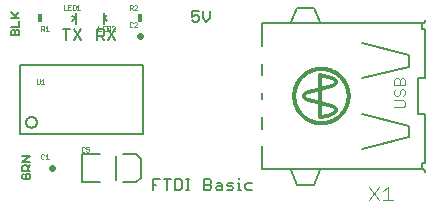
<source format=gbr>
G04 EAGLE Gerber X2 export*
%TF.Part,Single*%
%TF.FileFunction,Legend,Top,1*%
%TF.FilePolarity,Positive*%
%TF.GenerationSoftware,Autodesk,EAGLE,9.1.3*%
%TF.CreationDate,2018-09-14T10:43:52Z*%
G75*
%MOMM*%
%FSLAX34Y34*%
%LPD*%
%AMOC8*
5,1,8,0,0,1.08239X$1,22.5*%
G01*
%ADD10C,0.152400*%
%ADD11C,0.127000*%
%ADD12C,0.558800*%
%ADD13C,0.025400*%
%ADD14C,0.203200*%
%ADD15R,0.457200X0.762000*%
%ADD16C,0.304800*%
%ADD17C,0.101600*%
%ADD18R,0.200000X0.100000*%


D10*
X136652Y9652D02*
X136652Y18295D01*
X142414Y18295D01*
X139533Y13974D02*
X136652Y13974D01*
X148888Y9652D02*
X148888Y18295D01*
X146007Y18295D02*
X151769Y18295D01*
X155362Y18295D02*
X155362Y9652D01*
X159684Y9652D01*
X161125Y11093D01*
X161125Y16855D01*
X159684Y18295D01*
X155362Y18295D01*
X164718Y9652D02*
X167599Y9652D01*
X166158Y9652D02*
X166158Y18295D01*
X164718Y18295D02*
X167599Y18295D01*
X180310Y18295D02*
X180310Y9652D01*
X180310Y18295D02*
X184631Y18295D01*
X186072Y16855D01*
X186072Y15414D01*
X184631Y13974D01*
X186072Y12533D01*
X186072Y11093D01*
X184631Y9652D01*
X180310Y9652D01*
X180310Y13974D02*
X184631Y13974D01*
X191105Y15414D02*
X193986Y15414D01*
X195427Y13974D01*
X195427Y9652D01*
X191105Y9652D01*
X189665Y11093D01*
X191105Y12533D01*
X195427Y12533D01*
X199020Y9652D02*
X203342Y9652D01*
X204782Y11093D01*
X203342Y12533D01*
X200460Y12533D01*
X199020Y13974D01*
X200460Y15414D01*
X204782Y15414D01*
X208375Y15414D02*
X209816Y15414D01*
X209816Y9652D01*
X211256Y9652D02*
X208375Y9652D01*
X209816Y18295D02*
X209816Y19736D01*
X216052Y15414D02*
X220374Y15414D01*
X216052Y15414D02*
X214612Y13974D01*
X214612Y11093D01*
X216052Y9652D01*
X220374Y9652D01*
X89662Y136652D02*
X89662Y145295D01*
X93984Y145295D01*
X95424Y143855D01*
X95424Y140974D01*
X93984Y139533D01*
X89662Y139533D01*
X92543Y139533D02*
X95424Y136652D01*
X104779Y136652D02*
X99017Y145295D01*
X104779Y145295D02*
X99017Y136652D01*
X63333Y136652D02*
X63333Y145295D01*
X60452Y145295D02*
X66214Y145295D01*
X69807Y145295D02*
X75569Y136652D01*
X69807Y136652D02*
X75569Y145295D01*
X169672Y160535D02*
X175434Y160535D01*
X169672Y160535D02*
X169672Y156214D01*
X172553Y157654D01*
X173994Y157654D01*
X175434Y156214D01*
X175434Y153333D01*
X173994Y151892D01*
X171113Y151892D01*
X169672Y153333D01*
X179027Y154773D02*
X179027Y160535D01*
X179027Y154773D02*
X181908Y151892D01*
X184789Y154773D01*
X184789Y160535D01*
D11*
X23495Y140335D02*
X16631Y140335D01*
X16631Y143767D01*
X17775Y144911D01*
X18919Y144911D01*
X20063Y143767D01*
X21207Y144911D01*
X22351Y144911D01*
X23495Y143767D01*
X23495Y140335D01*
X20063Y140335D02*
X20063Y143767D01*
X16631Y147819D02*
X23495Y147819D01*
X23495Y152395D01*
X23495Y155303D02*
X16631Y155303D01*
X21207Y155303D02*
X16631Y159879D01*
X20063Y156447D02*
X23495Y159879D01*
X27275Y22911D02*
X26131Y21767D01*
X26131Y19479D01*
X27275Y18335D01*
X31851Y18335D01*
X32995Y19479D01*
X32995Y21767D01*
X31851Y22911D01*
X29563Y22911D01*
X29563Y20623D01*
X32995Y25819D02*
X26131Y25819D01*
X26131Y29251D01*
X27275Y30395D01*
X29563Y30395D01*
X30707Y29251D01*
X30707Y25819D01*
X30707Y28107D02*
X32995Y30395D01*
X32995Y33303D02*
X26131Y33303D01*
X32995Y37879D01*
X26131Y37879D01*
D12*
X125730Y139395D02*
X125730Y140005D01*
D13*
X119509Y150625D02*
X118874Y151260D01*
X117603Y151260D01*
X116967Y150625D01*
X116967Y148083D01*
X117603Y147447D01*
X118874Y147447D01*
X119509Y148083D01*
X120709Y147447D02*
X123251Y147447D01*
X120709Y147447D02*
X123251Y149989D01*
X123251Y150625D01*
X122616Y151260D01*
X121345Y151260D01*
X120709Y150625D01*
D14*
X91600Y15940D02*
X76600Y15940D01*
X76600Y39940D01*
X91600Y39940D01*
X111600Y15940D02*
X122600Y15940D01*
X126600Y19940D01*
X126600Y35940D01*
X122600Y39940D01*
X111600Y39940D01*
D11*
X105410Y38100D02*
X105410Y17780D01*
D13*
X78869Y45055D02*
X78234Y45690D01*
X76963Y45690D01*
X76327Y45055D01*
X76327Y42513D01*
X76963Y41877D01*
X78234Y41877D01*
X78869Y42513D01*
X80069Y45690D02*
X82611Y45690D01*
X80069Y45690D02*
X80069Y43784D01*
X81340Y44419D01*
X81976Y44419D01*
X82611Y43784D01*
X82611Y42513D01*
X81976Y41877D01*
X80705Y41877D01*
X80069Y42513D01*
D12*
X50800Y28245D02*
X50800Y27635D01*
D13*
X44579Y38865D02*
X43944Y39500D01*
X42673Y39500D01*
X42037Y38865D01*
X42037Y36323D01*
X42673Y35687D01*
X43944Y35687D01*
X44579Y36323D01*
X45779Y38229D02*
X47050Y39500D01*
X47050Y35687D01*
X45779Y35687D02*
X48321Y35687D01*
D10*
X24200Y115610D02*
X128200Y115610D01*
X128200Y57110D01*
X24200Y57110D01*
X24200Y115610D01*
X29354Y66860D02*
X29356Y66996D01*
X29362Y67131D01*
X29372Y67266D01*
X29386Y67401D01*
X29404Y67535D01*
X29426Y67669D01*
X29452Y67802D01*
X29481Y67935D01*
X29515Y68066D01*
X29553Y68196D01*
X29594Y68325D01*
X29639Y68453D01*
X29688Y68580D01*
X29740Y68705D01*
X29797Y68828D01*
X29856Y68950D01*
X29920Y69069D01*
X29987Y69187D01*
X30057Y69303D01*
X30131Y69417D01*
X30208Y69528D01*
X30288Y69638D01*
X30372Y69744D01*
X30458Y69849D01*
X30548Y69950D01*
X30641Y70049D01*
X30736Y70146D01*
X30835Y70239D01*
X30936Y70329D01*
X31039Y70417D01*
X31145Y70501D01*
X31254Y70582D01*
X31365Y70660D01*
X31478Y70735D01*
X31594Y70806D01*
X31711Y70874D01*
X31830Y70938D01*
X31952Y70999D01*
X32074Y71056D01*
X32199Y71109D01*
X32325Y71159D01*
X32453Y71205D01*
X32581Y71248D01*
X32711Y71286D01*
X32843Y71321D01*
X32975Y71351D01*
X33107Y71378D01*
X33241Y71401D01*
X33375Y71420D01*
X33510Y71435D01*
X33645Y71446D01*
X33781Y71453D01*
X33916Y71456D01*
X34052Y71455D01*
X34187Y71450D01*
X34322Y71441D01*
X34457Y71428D01*
X34592Y71411D01*
X34726Y71390D01*
X34859Y71365D01*
X34992Y71336D01*
X35123Y71304D01*
X35254Y71267D01*
X35383Y71227D01*
X35511Y71183D01*
X35638Y71135D01*
X35763Y71083D01*
X35887Y71028D01*
X36009Y70969D01*
X36130Y70906D01*
X36248Y70840D01*
X36364Y70771D01*
X36479Y70698D01*
X36591Y70622D01*
X36701Y70542D01*
X36808Y70459D01*
X36913Y70373D01*
X37015Y70285D01*
X37115Y70193D01*
X37212Y70098D01*
X37306Y70000D01*
X37397Y69900D01*
X37485Y69797D01*
X37570Y69691D01*
X37652Y69583D01*
X37731Y69473D01*
X37806Y69360D01*
X37878Y69245D01*
X37947Y69129D01*
X38012Y69010D01*
X38074Y68889D01*
X38132Y68766D01*
X38186Y68642D01*
X38237Y68517D01*
X38284Y68389D01*
X38327Y68261D01*
X38367Y68131D01*
X38402Y68000D01*
X38434Y67869D01*
X38462Y67736D01*
X38486Y67602D01*
X38506Y67468D01*
X38522Y67334D01*
X38534Y67199D01*
X38542Y67063D01*
X38546Y66928D01*
X38546Y66792D01*
X38542Y66657D01*
X38534Y66521D01*
X38522Y66386D01*
X38506Y66252D01*
X38486Y66118D01*
X38462Y65984D01*
X38434Y65851D01*
X38402Y65720D01*
X38367Y65589D01*
X38327Y65459D01*
X38284Y65331D01*
X38237Y65203D01*
X38186Y65078D01*
X38132Y64954D01*
X38074Y64831D01*
X38012Y64710D01*
X37947Y64591D01*
X37878Y64475D01*
X37806Y64360D01*
X37731Y64247D01*
X37652Y64137D01*
X37570Y64029D01*
X37485Y63923D01*
X37397Y63820D01*
X37306Y63720D01*
X37212Y63622D01*
X37115Y63527D01*
X37015Y63435D01*
X36913Y63347D01*
X36808Y63261D01*
X36701Y63178D01*
X36591Y63098D01*
X36479Y63022D01*
X36364Y62949D01*
X36248Y62880D01*
X36130Y62814D01*
X36009Y62751D01*
X35887Y62692D01*
X35763Y62637D01*
X35638Y62585D01*
X35511Y62537D01*
X35383Y62493D01*
X35254Y62453D01*
X35123Y62416D01*
X34992Y62384D01*
X34859Y62355D01*
X34726Y62330D01*
X34592Y62309D01*
X34457Y62292D01*
X34322Y62279D01*
X34187Y62270D01*
X34052Y62265D01*
X33916Y62264D01*
X33781Y62267D01*
X33645Y62274D01*
X33510Y62285D01*
X33375Y62300D01*
X33241Y62319D01*
X33107Y62342D01*
X32975Y62369D01*
X32843Y62399D01*
X32711Y62434D01*
X32581Y62472D01*
X32453Y62515D01*
X32325Y62561D01*
X32199Y62611D01*
X32074Y62664D01*
X31952Y62721D01*
X31830Y62782D01*
X31711Y62846D01*
X31594Y62914D01*
X31478Y62985D01*
X31365Y63060D01*
X31254Y63138D01*
X31145Y63219D01*
X31039Y63303D01*
X30936Y63391D01*
X30835Y63481D01*
X30736Y63574D01*
X30641Y63671D01*
X30548Y63770D01*
X30458Y63871D01*
X30372Y63976D01*
X30288Y64082D01*
X30208Y64192D01*
X30131Y64303D01*
X30057Y64417D01*
X29987Y64533D01*
X29920Y64651D01*
X29856Y64770D01*
X29797Y64892D01*
X29740Y65015D01*
X29688Y65140D01*
X29639Y65267D01*
X29594Y65395D01*
X29553Y65524D01*
X29515Y65654D01*
X29481Y65785D01*
X29452Y65918D01*
X29426Y66051D01*
X29404Y66185D01*
X29386Y66319D01*
X29372Y66454D01*
X29362Y66589D01*
X29356Y66724D01*
X29354Y66860D01*
D13*
X38227Y99823D02*
X38227Y103000D01*
X38227Y99823D02*
X38863Y99187D01*
X40134Y99187D01*
X40769Y99823D01*
X40769Y103000D01*
X41969Y101729D02*
X43240Y103000D01*
X43240Y99187D01*
X41969Y99187D02*
X44511Y99187D01*
D15*
X40640Y154940D03*
D13*
X42173Y147831D02*
X42173Y144018D01*
X42173Y147831D02*
X44079Y147831D01*
X44715Y147196D01*
X44715Y145925D01*
X44079Y145289D01*
X42173Y145289D01*
X43444Y145289D02*
X44715Y144018D01*
X45915Y146560D02*
X47186Y147831D01*
X47186Y144018D01*
X45915Y144018D02*
X48457Y144018D01*
D15*
X125730Y154940D03*
D13*
X116967Y162052D02*
X116967Y165865D01*
X118874Y165865D01*
X119509Y165230D01*
X119509Y163959D01*
X118874Y163323D01*
X116967Y163323D01*
X118238Y163323D02*
X119509Y162052D01*
X120709Y162052D02*
X123251Y162052D01*
X120709Y162052D02*
X123251Y164594D01*
X123251Y165230D01*
X122616Y165865D01*
X121345Y165865D01*
X120709Y165230D01*
D14*
X71550Y154940D02*
X71550Y150340D01*
X71550Y154940D02*
X71550Y159540D01*
X71550Y154940D02*
X68450Y152602D01*
X71396Y155194D02*
X68450Y157124D01*
D13*
X61087Y162052D02*
X61087Y165865D01*
X61087Y162052D02*
X63629Y162052D01*
X64829Y165865D02*
X67371Y165865D01*
X64829Y165865D02*
X64829Y162052D01*
X67371Y162052D01*
X66100Y163959D02*
X64829Y163959D01*
X68571Y165865D02*
X68571Y162052D01*
X70478Y162052D01*
X71113Y162688D01*
X71113Y165230D01*
X70478Y165865D01*
X68571Y165865D01*
X72313Y164594D02*
X73584Y165865D01*
X73584Y162052D01*
X72313Y162052D02*
X74855Y162052D01*
D14*
X94820Y159540D02*
X94820Y154940D01*
X94820Y150340D01*
X94820Y154940D02*
X97920Y157278D01*
X94974Y154686D02*
X97920Y152756D01*
D13*
X90569Y147831D02*
X90569Y144018D01*
X93111Y144018D01*
X94311Y147831D02*
X96853Y147831D01*
X94311Y147831D02*
X94311Y144018D01*
X96853Y144018D01*
X95582Y145925D02*
X94311Y145925D01*
X98053Y147831D02*
X98053Y144018D01*
X99959Y144018D01*
X100595Y144654D01*
X100595Y147196D01*
X99959Y147831D01*
X98053Y147831D01*
X101795Y144018D02*
X104337Y144018D01*
X101795Y144018D02*
X104337Y146560D01*
X104337Y147196D01*
X103702Y147831D01*
X102430Y147831D01*
X101795Y147196D01*
D14*
X229300Y27400D02*
X364300Y27400D01*
X229300Y27400D02*
X229300Y46400D01*
X229300Y61400D02*
X229300Y71400D01*
X229300Y86400D02*
X229300Y91400D01*
X229300Y106400D02*
X229300Y116400D01*
X229300Y131400D02*
X229300Y150400D01*
X364300Y150400D01*
X364300Y145900D01*
X367300Y145900D01*
X367300Y103900D01*
X361300Y103900D01*
X361300Y73900D01*
X367300Y73900D01*
X367300Y31900D01*
X364300Y31900D01*
X364300Y27400D02*
X364407Y27398D01*
X364514Y27392D01*
X364621Y27383D01*
X364727Y27369D01*
X364833Y27352D01*
X364938Y27331D01*
X365042Y27307D01*
X365145Y27278D01*
X365247Y27246D01*
X365348Y27211D01*
X365448Y27172D01*
X365546Y27129D01*
X365643Y27083D01*
X365738Y27033D01*
X365831Y26980D01*
X365922Y26924D01*
X366011Y26864D01*
X366098Y26802D01*
X366182Y26736D01*
X366265Y26667D01*
X366344Y26596D01*
X366421Y26521D01*
X366496Y26444D01*
X366567Y26365D01*
X366636Y26282D01*
X366702Y26198D01*
X366764Y26111D01*
X366824Y26022D01*
X366880Y25931D01*
X366933Y25838D01*
X366983Y25743D01*
X367029Y25646D01*
X367072Y25548D01*
X367111Y25448D01*
X367146Y25347D01*
X367178Y25245D01*
X367207Y25142D01*
X367231Y25038D01*
X367252Y24933D01*
X367269Y24827D01*
X367283Y24721D01*
X367292Y24614D01*
X367298Y24507D01*
X367300Y24400D01*
X364300Y150400D02*
X364407Y150402D01*
X364514Y150408D01*
X364621Y150417D01*
X364727Y150431D01*
X364833Y150448D01*
X364938Y150469D01*
X365042Y150493D01*
X365145Y150522D01*
X365247Y150554D01*
X365348Y150589D01*
X365448Y150628D01*
X365546Y150671D01*
X365643Y150717D01*
X365738Y150767D01*
X365831Y150820D01*
X365922Y150876D01*
X366011Y150936D01*
X366098Y150998D01*
X366182Y151064D01*
X366265Y151133D01*
X366344Y151204D01*
X366421Y151279D01*
X366496Y151356D01*
X366567Y151435D01*
X366636Y151518D01*
X366702Y151602D01*
X366764Y151689D01*
X366824Y151778D01*
X366880Y151869D01*
X366933Y151962D01*
X366983Y152057D01*
X367029Y152154D01*
X367072Y152252D01*
X367111Y152352D01*
X367146Y152453D01*
X367178Y152555D01*
X367207Y152658D01*
X367231Y152762D01*
X367252Y152867D01*
X367269Y152973D01*
X367283Y153079D01*
X367292Y153186D01*
X367298Y153293D01*
X367300Y153400D01*
X364300Y31900D02*
X364300Y27400D01*
X258300Y13900D02*
X253300Y26400D01*
X258300Y13900D02*
X273300Y13900D01*
X278300Y26400D01*
X278300Y151400D02*
X273300Y163900D01*
X258300Y163900D01*
X253300Y151400D01*
X313300Y73900D02*
X353300Y63900D01*
X353300Y53900D01*
X313300Y43900D01*
X353300Y123900D02*
X313300Y133900D01*
X353300Y123900D02*
X353300Y113900D01*
X313300Y103900D01*
D16*
X278300Y106400D02*
X278300Y71400D01*
X278300Y70900D02*
X284800Y72400D01*
X288300Y73400D01*
X290300Y74400D01*
X291800Y75900D01*
X288300Y80400D02*
X284800Y81400D01*
X288300Y80400D02*
X290300Y79400D01*
X291800Y77900D01*
X291800Y75900D01*
X271800Y93400D02*
X268300Y92400D01*
X266300Y91400D01*
X264800Y89900D01*
X271800Y84400D02*
X284800Y81400D01*
X271800Y84400D02*
X268300Y85400D01*
X266300Y86400D01*
X264800Y87900D01*
X264800Y89900D01*
X271800Y93400D02*
X284800Y96400D01*
X288300Y97400D01*
X290300Y98400D01*
X291800Y99900D01*
X284800Y105400D02*
X278300Y106900D01*
X284800Y105400D02*
X288300Y104400D01*
X290300Y103400D01*
X291800Y101900D01*
X291800Y99900D01*
X256279Y88900D02*
X256286Y89465D01*
X256307Y90030D01*
X256341Y90594D01*
X256390Y91156D01*
X256452Y91718D01*
X256528Y92278D01*
X256618Y92836D01*
X256721Y93391D01*
X256838Y93944D01*
X256969Y94494D01*
X257113Y95040D01*
X257270Y95583D01*
X257441Y96121D01*
X257625Y96656D01*
X257822Y97185D01*
X258031Y97710D01*
X258254Y98229D01*
X258489Y98743D01*
X258737Y99251D01*
X258997Y99752D01*
X259270Y100247D01*
X259554Y100735D01*
X259851Y101216D01*
X260159Y101690D01*
X260478Y102156D01*
X260809Y102614D01*
X261151Y103063D01*
X261505Y103504D01*
X261868Y103937D01*
X262243Y104360D01*
X262627Y104774D01*
X263022Y105178D01*
X263426Y105573D01*
X263840Y105957D01*
X264263Y106332D01*
X264696Y106695D01*
X265137Y107049D01*
X265586Y107391D01*
X266044Y107722D01*
X266510Y108041D01*
X266984Y108349D01*
X267465Y108646D01*
X267953Y108930D01*
X268448Y109203D01*
X268949Y109463D01*
X269457Y109711D01*
X269971Y109946D01*
X270490Y110169D01*
X271015Y110378D01*
X271544Y110575D01*
X272079Y110759D01*
X272617Y110930D01*
X273160Y111087D01*
X273706Y111231D01*
X274256Y111362D01*
X274809Y111479D01*
X275364Y111582D01*
X275922Y111672D01*
X276482Y111748D01*
X277044Y111810D01*
X277606Y111859D01*
X278170Y111893D01*
X278735Y111914D01*
X279300Y111921D01*
X279865Y111914D01*
X280430Y111893D01*
X280994Y111859D01*
X281556Y111810D01*
X282118Y111748D01*
X282678Y111672D01*
X283236Y111582D01*
X283791Y111479D01*
X284344Y111362D01*
X284894Y111231D01*
X285440Y111087D01*
X285983Y110930D01*
X286521Y110759D01*
X287056Y110575D01*
X287585Y110378D01*
X288110Y110169D01*
X288629Y109946D01*
X289143Y109711D01*
X289651Y109463D01*
X290152Y109203D01*
X290647Y108930D01*
X291135Y108646D01*
X291616Y108349D01*
X292090Y108041D01*
X292556Y107722D01*
X293014Y107391D01*
X293463Y107049D01*
X293904Y106695D01*
X294337Y106332D01*
X294760Y105957D01*
X295174Y105573D01*
X295578Y105178D01*
X295973Y104774D01*
X296357Y104360D01*
X296732Y103937D01*
X297095Y103504D01*
X297449Y103063D01*
X297791Y102614D01*
X298122Y102156D01*
X298441Y101690D01*
X298749Y101216D01*
X299046Y100735D01*
X299330Y100247D01*
X299603Y99752D01*
X299863Y99251D01*
X300111Y98743D01*
X300346Y98229D01*
X300569Y97710D01*
X300778Y97185D01*
X300975Y96656D01*
X301159Y96121D01*
X301330Y95583D01*
X301487Y95040D01*
X301631Y94494D01*
X301762Y93944D01*
X301879Y93391D01*
X301982Y92836D01*
X302072Y92278D01*
X302148Y91718D01*
X302210Y91156D01*
X302259Y90594D01*
X302293Y90030D01*
X302314Y89465D01*
X302321Y88900D01*
X302314Y88335D01*
X302293Y87770D01*
X302259Y87206D01*
X302210Y86644D01*
X302148Y86082D01*
X302072Y85522D01*
X301982Y84964D01*
X301879Y84409D01*
X301762Y83856D01*
X301631Y83306D01*
X301487Y82760D01*
X301330Y82217D01*
X301159Y81679D01*
X300975Y81144D01*
X300778Y80615D01*
X300569Y80090D01*
X300346Y79571D01*
X300111Y79057D01*
X299863Y78549D01*
X299603Y78048D01*
X299330Y77553D01*
X299046Y77065D01*
X298749Y76584D01*
X298441Y76110D01*
X298122Y75644D01*
X297791Y75186D01*
X297449Y74737D01*
X297095Y74296D01*
X296732Y73863D01*
X296357Y73440D01*
X295973Y73026D01*
X295578Y72622D01*
X295174Y72227D01*
X294760Y71843D01*
X294337Y71468D01*
X293904Y71105D01*
X293463Y70751D01*
X293014Y70409D01*
X292556Y70078D01*
X292090Y69759D01*
X291616Y69451D01*
X291135Y69154D01*
X290647Y68870D01*
X290152Y68597D01*
X289651Y68337D01*
X289143Y68089D01*
X288629Y67854D01*
X288110Y67631D01*
X287585Y67422D01*
X287056Y67225D01*
X286521Y67041D01*
X285983Y66870D01*
X285440Y66713D01*
X284894Y66569D01*
X284344Y66438D01*
X283791Y66321D01*
X283236Y66218D01*
X282678Y66128D01*
X282118Y66052D01*
X281556Y65990D01*
X280994Y65941D01*
X280430Y65907D01*
X279865Y65886D01*
X279300Y65879D01*
X278735Y65886D01*
X278170Y65907D01*
X277606Y65941D01*
X277044Y65990D01*
X276482Y66052D01*
X275922Y66128D01*
X275364Y66218D01*
X274809Y66321D01*
X274256Y66438D01*
X273706Y66569D01*
X273160Y66713D01*
X272617Y66870D01*
X272079Y67041D01*
X271544Y67225D01*
X271015Y67422D01*
X270490Y67631D01*
X269971Y67854D01*
X269457Y68089D01*
X268949Y68337D01*
X268448Y68597D01*
X267953Y68870D01*
X267465Y69154D01*
X266984Y69451D01*
X266510Y69759D01*
X266044Y70078D01*
X265586Y70409D01*
X265137Y70751D01*
X264696Y71105D01*
X264263Y71468D01*
X263840Y71843D01*
X263426Y72227D01*
X263022Y72622D01*
X262627Y73026D01*
X262243Y73440D01*
X261868Y73863D01*
X261505Y74296D01*
X261151Y74737D01*
X260809Y75186D01*
X260478Y75644D01*
X260159Y76110D01*
X259851Y76584D01*
X259554Y77065D01*
X259270Y77553D01*
X258997Y78048D01*
X258737Y78549D01*
X258489Y79057D01*
X258254Y79571D01*
X258031Y80090D01*
X257822Y80615D01*
X257625Y81144D01*
X257441Y81679D01*
X257270Y82217D01*
X257113Y82760D01*
X256969Y83306D01*
X256838Y83856D01*
X256721Y84409D01*
X256618Y84964D01*
X256528Y85522D01*
X256452Y86082D01*
X256390Y86644D01*
X256341Y87206D01*
X256307Y87770D01*
X256286Y88335D01*
X256279Y88900D01*
D17*
X320020Y12202D02*
X327816Y508D01*
X320020Y508D02*
X327816Y12202D01*
X331714Y8304D02*
X335612Y12202D01*
X335612Y508D01*
X331714Y508D02*
X339510Y508D01*
X341140Y79408D02*
X348767Y79408D01*
X350292Y80933D01*
X350292Y83984D01*
X348767Y85509D01*
X341140Y85509D01*
X341140Y93339D02*
X342666Y94864D01*
X341140Y93339D02*
X341140Y90288D01*
X342666Y88763D01*
X344191Y88763D01*
X345716Y90288D01*
X345716Y93339D01*
X347241Y94864D01*
X348767Y94864D01*
X350292Y93339D01*
X350292Y90288D01*
X348767Y88763D01*
X350292Y98118D02*
X341140Y98118D01*
X341140Y102694D01*
X342666Y104220D01*
X344191Y104220D01*
X345716Y102694D01*
X347241Y104220D01*
X348767Y104220D01*
X350292Y102694D01*
X350292Y98118D01*
X345716Y98118D02*
X345716Y102694D01*
D18*
X367300Y23900D03*
X367300Y153900D03*
M02*

</source>
